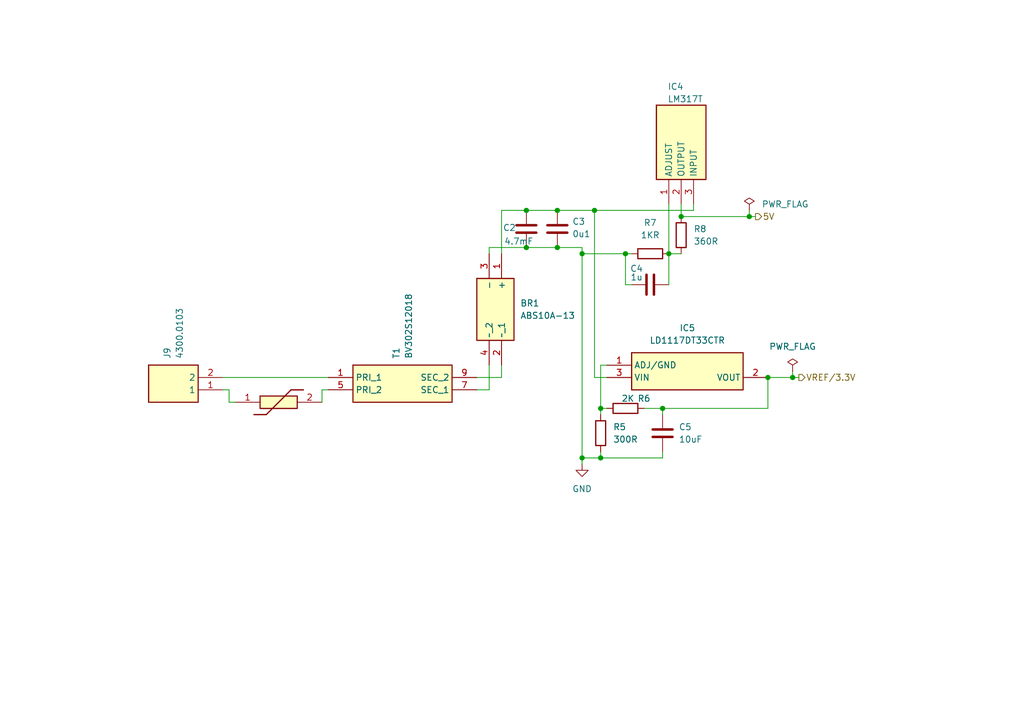
<source format=kicad_sch>
(kicad_sch (version 20250114) (generator "eeschema") (generator_version "9.0")
  (paper "A5")
  (title_block (title "Układ zasilający") (date "2025-09-04") (comment 1 "Vout2 - 5 V dc") (comment 2 "Vout1 - 3,3 V dc") (comment 3 "Vin   - 230 Vac"))
  (lib_symbols
    (symbol "Device:C" (pin_numbers (hide yes)) (pin_names (offset 0.254))
      (property "Reference" "C" (at 0.635 2.54 0))
      (property "Value" "C" (at 0.635 -2.54 0))
      (symbol "C_0_1"
        (polyline (pts (xy -2.032 0.762) (xy 2.032 0.762)) (stroke (width 0.508)))
        (polyline (pts (xy -2.032 -0.762) (xy 2.032 -0.762)) (stroke (width 0.508)))
      )
      (symbol "C_1_1"
        (pin passive line (at 0 3.81 270) (length 2.794) (name "~") (number "1"))
        (pin passive line (at 0 -3.81 90) (length 2.794) (name "~") (number "2"))
      )
    )
    (symbol "Device:R" (pin_numbers (hide yes)) (pin_names (offset 0))
      (property "Reference" "R" (at 2.032 0 90))
      (property "Value" "R" (at 0 0 90))
      (symbol "R_0_1"
        (rectangle (start -1.016 -2.54) (end 1.016 2.54) (stroke (width 0.254)))
      )
      (symbol "R_1_1"
        (pin passive line (at 0 3.81 270) (length 1.27) (name "~") (number "1"))
        (pin passive line (at 0 -3.81 90) (length 1.27) (name "~") (number "2"))
      )
    )
    (symbol "SamacSys_Parts:4300.0103"
      (property "Reference" "J" (at 16.51 7.62 0))
      (property "Value" "4300.0103" (at 16.51 5.08 0))
      (symbol "4300.0103_1_1"
        (rectangle (start 5.08 2.54) (end 15.24 -5.08) (stroke (width 0.254)) (fill (type background)))
        (pin passive line (at 0 0 0) (length 5.08) (name "1") (number "1"))
        (pin passive line (at 0 -2.54 0) (length 5.08) (name "2") (number "2"))
      )
    )
    (symbol "SamacSys_Parts:ABS10A-13"
      (property "Reference" "BR" (at 19.05 7.62 0))
      (property "Value" "ABS10A-13" (at 19.05 5.08 0))
      (symbol "ABS10A-13_1_1"
        (rectangle (start 5.08 2.54) (end 17.78 -5.08) (stroke (width 0.254)) (fill (type background)))
        (pin passive line (at 0 0 0) (length 5.08) (name "+") (number "1"))
        (pin passive line (at 0 -2.54 0) (length 5.08) (name "-") (number "3"))
        (pin passive line (at 22.86 0 180) (length 5.08) (name "~_1") (number "2"))
        (pin passive line (at 22.86 -2.54 180) (length 5.08) (name "~_2") (number "4"))
      )
    )
    (symbol "SamacSys_Parts:B72220S0271K101" (pin_names (hide yes))
      (property "Reference" "RV" (at 13.97 6.35 0))
      (property "Value" "B72220S0271K101" (at 13.97 3.81 0))
      (symbol "B72220S0271K101_1_1"
        (polyline (pts (xy 3.81 -2.54) (xy 6.35 -2.54)) (stroke (width 0.254)))
        (rectangle (start 5.08 1.27) (end 12.7 -1.27) (stroke (width 0.254)) (fill (type background)))
        (polyline (pts (xy 11.43 2.54) (xy 6.35 -2.54)) (stroke (width 0.254)))
        (polyline (pts (xy 11.43 2.54) (xy 13.97 2.54)) (stroke (width 0.254)))
        (pin passive line (at 0 0 0) (length 5.08) (name "1") (number "1"))
        (pin passive line (at 17.78 0 180) (length 5.08) (name "2") (number "2"))
      )
    )
    (symbol "SamacSys_Parts:BV302S12018"
      (property "Reference" "T" (at 26.67 7.62 0))
      (property "Value" "BV302S12018" (at 26.67 5.08 0))
      (symbol "BV302S12018_1_1"
        (rectangle (start 5.08 2.54) (end 25.4 -5.08) (stroke (width 0.254)) (fill (type background)))
        (pin passive line (at 0 0 0) (length 5.08) (name "PRI_1") (number "1"))
        (pin passive line (at 0 -2.54 0) (length 5.08) (name "PRI_2") (number "5"))
        (pin passive line (at 30.48 0 180) (length 5.08) (name "SEC_2") (number "9"))
        (pin passive line (at 30.48 -2.54 180) (length 5.08) (name "SEC_1") (number "7"))
      )
    )
    (symbol "SamacSys_Parts:LD1117DT33CTR"
      (property "Reference" "IC" (at 29.21 7.62 0))
      (property "Value" "LD1117DT33CTR" (at 29.21 5.08 0))
      (symbol "LD1117DT33CTR_1_1"
        (rectangle (start 5.08 2.54) (end 27.94 -5.08) (stroke (width 0.254)) (fill (type background)))
        (pin passive line (at 0 0 0) (length 5.08) (name "VOUT") (number "2"))
        (pin passive line (at 33.02 0 180) (length 5.08) (name "VIN") (number "3"))
        (pin passive line (at 33.02 -2.54 180) (length 5.08) (name "ADJ/GND") (number "1"))
      )
    )
    (symbol "SamacSys_Parts:LM317T"
      (property "Reference" "IC" (at 21.59 7.62 0))
      (property "Value" "LM317T" (at 21.59 5.08 0))
      (symbol "LM317T_1_1"
        (rectangle (start 5.08 2.54) (end 20.32 -7.62) (stroke (width 0.254)) (fill (type background)))
        (pin passive line (at 0 0 0) (length 5.08) (name "ADJUST") (number "1"))
        (pin passive line (at 0 -2.54 0) (length 5.08) (name "OUTPUT") (number "2"))
        (pin passive line (at 0 -5.08 0) (length 5.08) (name "INPUT") (number "3"))
      )
    )
    (symbol "power:GND" (power) (pin_numbers (hide yes)) (pin_names (offset 0) (hide yes))
      (property "Value" "GND" (at 0 -3.81 0))
      (symbol "GND_0_1"
        (polyline (pts (xy 0 0) (xy 0 -1.27) (xy 1.27 -1.27) (xy 0 -2.54) (xy -1.27 -1.27) (xy 0 -1.27)))
      )
      (symbol "GND_1_1"
        (pin power_in line (at 0 0 270) (length 0) (name "~") (number "1"))
      )
    )
    (symbol "power:PWR_FLAG" (power) (pin_numbers (hide yes)) (pin_names (offset 0) (hide yes))
      (property "Value" "PWR_FLAG" (at 0 3.81 0))
      (symbol "PWR_FLAG_0_0"
        (pin power_out line (at 0 0 90) (length 0) (name "~") (number "1"))
      )
      (symbol "PWR_FLAG_0_1"
        (polyline (pts (xy 0 0) (xy 0 1.27) (xy -1.016 1.905) (xy 0 2.54) (xy 1.016 1.905) (xy 0 1.27)))
      )
    )
  )
  (junction (at 107.95 43.18))
  (junction (at 114.3 50.8))
  (junction (at 137.16 52.07))
  (junction (at 123.19 83.82))
  (junction (at 123.19 93.98))
  (junction (at 157.48 77.47))
  (junction (at 135.89 83.82))
  (junction (at 119.38 52.07))
  (junction (at 107.95 50.8))
  (junction (at 121.92 43.18))
  (junction (at 139.7 44.45))
  (junction (at 119.38 93.98))
  (junction (at 162.56 77.47))
  (junction (at 114.3 43.18))
  (junction (at 128.27 52.07))
  (junction (at 153.67 44.45))
  (wire (pts (xy 139.7 44.45) (xy 153.67 44.45)))
  (wire (pts (xy 128.27 52.07) (xy 128.27 58.42)))
  (wire (pts (xy 97.79 80.01) (xy 100.33 80.01)))
  (wire (pts (xy 102.87 77.47) (xy 102.87 74.93)))
  (wire (pts (xy 139.7 44.45) (xy 139.7 41.91)))
  (wire (pts (xy 119.38 52.07) (xy 128.27 52.07)))
  (wire (pts (xy 119.38 93.98) (xy 123.19 93.98)))
  (wire (pts (xy 46.99 82.55) (xy 48.26 82.55)))
  (wire (pts (xy 121.92 43.18) (xy 142.24 43.18)))
  (wire (pts (xy 114.3 43.18) (xy 121.92 43.18)))
  (wire (pts (xy 45.72 77.47) (xy 67.31 77.47)))
  (wire (pts (xy 114.3 50.8) (xy 119.38 50.8)))
  (wire (pts (xy 121.92 77.47) (xy 124.46 77.47)))
  (wire (pts (xy 46.99 82.55) (xy 46.99 80.01)))
  (wire (pts (xy 107.95 43.18) (xy 114.3 43.18)))
  (wire (pts (xy 123.19 74.93) (xy 123.19 83.82)))
  (wire (pts (xy 142.24 43.18) (xy 142.24 41.91)))
  (wire (pts (xy 66.04 82.55) (xy 66.04 80.01)))
  (wire (pts (xy 135.89 85.09) (xy 135.89 83.82)))
  (wire (pts (xy 157.48 77.47) (xy 157.48 83.82)))
  (wire (pts (xy 123.19 83.82) (xy 123.19 85.09)))
  (wire (pts (xy 119.38 95.25) (xy 119.38 93.98)))
  (wire (pts (xy 100.33 74.93) (xy 100.33 80.01)))
  (wire (pts (xy 153.67 44.45) (xy 154.94 44.45)))
  (wire (pts (xy 137.16 52.07) (xy 137.16 58.42)))
  (wire (pts (xy 123.19 92.71) (xy 123.19 93.98)))
  (wire (pts (xy 100.33 50.8) (xy 100.33 52.07)))
  (wire (pts (xy 123.19 93.98) (xy 135.89 93.98)))
  (wire (pts (xy 124.46 74.93) (xy 123.19 74.93)))
  (wire (pts (xy 137.16 41.91) (xy 137.16 52.07)))
  (wire (pts (xy 129.54 58.42) (xy 128.27 58.42)))
  (wire (pts (xy 66.04 80.01) (xy 67.31 80.01)))
  (wire (pts (xy 119.38 50.8) (xy 119.38 52.07)))
  (wire (pts (xy 102.87 43.18) (xy 107.95 43.18)))
  (wire (pts (xy 137.16 52.07) (xy 139.7 52.07)))
  (wire (pts (xy 132.08 83.82) (xy 135.89 83.82)))
  (wire (pts (xy 121.92 43.18) (xy 121.92 77.47)))
  (wire (pts (xy 45.72 80.01) (xy 46.99 80.01)))
  (wire (pts (xy 97.79 77.47) (xy 102.87 77.47)))
  (wire (pts (xy 119.38 93.98) (xy 119.38 52.07)))
  (wire (pts (xy 163.83 77.47) (xy 162.56 77.47)))
  (wire (pts (xy 162.56 77.47) (xy 157.48 77.47)))
  (wire (pts (xy 114.3 50.8) (xy 107.95 50.8)))
  (wire (pts (xy 162.56 76.2) (xy 162.56 77.47)))
  (wire (pts (xy 153.67 43.18) (xy 153.67 44.45)))
  (wire (pts (xy 135.89 83.82) (xy 157.48 83.82)))
  (wire (pts (xy 102.87 43.18) (xy 102.87 52.07)))
  (wire (pts (xy 135.89 92.71) (xy 135.89 93.98)))
  (wire (pts (xy 107.95 50.8) (xy 100.33 50.8)))
  (wire (pts (xy 123.19 83.82) (xy 124.46 83.82)))
  (wire (pts (xy 128.27 52.07) (xy 129.54 52.07)))
  (hierarchical_label "5V" (shape output) (at 154.94 44.45 0))
  (hierarchical_label "VREF{slash}3.3V" (shape output) (at 163.83 77.47 0))
  (symbol (lib_id "Device:C") (at 135.89 88.9 0) (unit 1)
    (property "Reference" "C5" (at 139.192 87.63 0) (effects (justify left)))
    (property "Value" "10uF" (at 139.192 90.17 0) (effects (justify left)))
    (property "Footprint" "Capacitor_SMD:C_1206_3216Metric" (effects (hide yes)))
    (property "Description" "Unpolarized capacitor" (effects (hide yes)))
  )
  (symbol (lib_id "SamacSys_Parts:LM317T") (at 137.16 41.91 90) (unit 1)
    (property "Reference" "IC4" (at 136.906 17.78 90) (effects (justify right)))
    (property "Value" "LM317T" (at 136.906 20.32 90) (effects (justify right)))
    (property "Footprint" "SamacSys_Parts:TO255P460X1020X2008-3P" (effects (hide yes)))
    (property "Datasheet" "http://www.st.com/web/en/resource/technical/document/datasheet/CD00000455.pdf" (effects (hide yes)))
    (property "Description" "Standard Regulator 1.2V to 37V 1.5A STMicroelectronics LM317T, Single Linear Voltage Regulator, 1.5A Adjustable 1.2  37 V, 3-Pin TO-220" (effects (hide yes)))
    (property "Height" "4.6" (effects (hide yes)))
    (property "Manufacturer_Name" "STMicroelectronics" (effects (hide yes)))
    (property "Manufacturer_Part_Number" "LM317T" (effects (hide yes)))
  )
  (symbol (lib_id "power:GND") (at 119.38 95.25 0) (unit 1)
    (property "Reference" "#PWR06" (effects (hide yes)))
    (property "Value" "GND" (at 119.38 100.33 0))
    (property "Description" "Power symbol creates a global label with name \"GND\" , ground" (effects (hide yes)))
  )
  (symbol (lib_id "power:PWR_FLAG") (at 162.56 76.2 0) (unit 1)
    (property "Reference" "#FLG02" (effects (hide yes)))
    (property "Value" "PWR_FLAG" (at 162.56 71.12 0))
    (property "Description" "Special symbol for telling ERC where power comes from" (effects (hide yes)))
  )
  (symbol (lib_id "Device:C") (at 133.35 58.42 90) (unit 1)
    (property "Reference" "C4" (at 130.556 55.118 90))
    (property "Value" "1u" (at 130.556 56.896 90))
    (property "Footprint" "Capacitor_SMD:C_0201_0603Metric" (effects (hide yes)))
    (property "Description" "Unpolarized capacitor" (effects (hide yes)))
  )
  (symbol (lib_id "Device:R") (at 128.27 83.82 90) (unit 1)
    (property "Reference" "R6" (at 132.08 81.788 90))
    (property "Value" "2K" (at 128.778 81.788 90))
    (property "Footprint" "Resistor_SMD:R_0603_1608Metric" (effects (hide yes)))
    (property "Description" "Resistor" (effects (hide yes)))
  )
  (symbol (lib_id "Device:C") (at 107.95 46.99 0) (unit 1)
    (property "Reference" "C2" (at 103.124 46.736 0) (effects (justify left)))
    (property "Value" "4.7mF" (at 103.378 49.53 0) (effects (justify left)))
    (property "Footprint" "Capacitor_THT:C_Radial_D12.5mm_H25.0mm_P5.00mm" (effects (hide yes)))
    (property "Description" "Unpolarized capacitor" (effects (hide yes)))
  )
  (symbol (lib_id "SamacSys_Parts:4300.0103") (at 45.72 80.01 180) (unit 1)
    (property "Reference" "J9" (at 34.2899 73.66 90) (effects (justify right)))
    (property "Value" "4300.0103" (at 36.8299 73.66 90) (effects (justify right)))
    (property "Footprint" "SamacSys_Parts:43000103" (effects (hide yes)))
    (property "Datasheet" "https://www.digikey.ph/en/products/detail/schurter-inc/4300-0103/8299834" (effects (hide yes)))
    (property "Description" "AC Power Entry Modules APPLIANCE INLET C8 PCB TERMINAL SNAP N" (effects (hide yes)))
    (property "Height" "16" (effects (hide yes)))
    (property "Manufacturer_Name" "SCHURTER" (effects (hide yes)))
    (property "Manufacturer_Part_Number" "4300.0103" (effects (hide yes)))
  )
  (symbol (lib_id "Device:R") (at 123.19 88.9 0) (unit 1)
    (property "Reference" "R5" (at 125.73 87.6299 0) (effects (justify left)))
    (property "Value" "300R" (at 125.73 90.1699 0) (effects (justify left)))
    (property "Footprint" "Resistor_SMD:R_0201_0603Metric" (effects (hide yes)))
    (property "Description" "Resistor" (effects (hide yes)))
  )
  (symbol (lib_id "Device:R") (at 133.35 52.07 90) (unit 1)
    (property "Reference" "R7" (at 133.35 45.72 90))
    (property "Value" "1KR" (at 133.35 48.26 90))
    (property "Footprint" "Resistor_SMD:R_0201_0603Metric" (effects (hide yes)))
    (property "Description" "Resistor" (effects (hide yes)))
  )
  (symbol (lib_id "SamacSys_Parts:LD1117DT33CTR") (at 157.48 77.47 180) (unit 1)
    (property "Reference" "IC5" (at 140.97 67.31 0))
    (property "Value" "LD1117DT33CTR" (at 140.97 69.85 0))
    (property "Footprint" "SamacSys_Parts:LD1117DT33CTR" (effects (hide yes)))
    (property "Datasheet" "https://www.st.com/resource/en/datasheet/ld1117.pdf" (effects (hide yes)))
    (property "Description" "Linear Voltage Regulator IC Positive Fixed 3.3V Output 800mA DPAK" (effects (hide yes)))
    (property "Height" "2.4" (effects (hide yes)))
    (property "Manufacturer_Name" "STMicroelectronics" (effects (hide yes)))
    (property "Manufacturer_Part_Number" "LD1117DT33CTR" (effects (hide yes)))
  )
  (symbol (lib_id "Device:C") (at 114.3 46.99 0) (unit 1)
    (property "Reference" "C3" (at 117.348 45.466 0) (effects (justify left)))
    (property "Value" "0u1" (at 117.348 48.006 0) (effects (justify left)))
    (property "Footprint" "Capacitor_SMD:C_0402_1005Metric" (effects (hide yes)))
    (property "Description" "Unpolarized capacitor" (effects (hide yes)))
  )
  (symbol (lib_id "power:PWR_FLAG") (at 153.67 43.18 0) (unit 1)
    (property "Reference" "#FLG01" (effects (hide yes)))
    (property "Value" "PWR_FLAG" (at 156.21 41.9099 0) (effects (justify left)))
    (property "Description" "Special symbol for telling ERC where power comes from" (effects (hide yes)))
  )
  (symbol (lib_id "SamacSys_Parts:ABS10A-13") (at 102.87 52.07 270) (unit 1)
    (property "Reference" "BR1" (at 106.68 62.2299 90) (effects (justify left)))
    (property "Value" "ABS10A-13" (at 106.68 64.7699 90) (effects (justify left)))
    (property "Footprint" "SamacSys_Parts:ABS10A13" (effects (hide yes)))
    (property "Datasheet" "https://componentsearchengine.com/Datasheets/1/ABS10A-13.pdf" (effects (hide yes)))
    (property "Description" "Bridge Rectifiers Bridge Rectifier" (effects (hide yes)))
    (property "Height" "1.7" (effects (hide yes)))
    (property "Manufacturer_Name" "Diodes Incorporated" (effects (hide yes)))
    (property "Manufacturer_Part_Number" "ABS10A-13" (effects (hide yes)))
  )
  (symbol (lib_id "SamacSys_Parts:BV302S12018") (at 67.31 77.47 0) (unit 1)
    (property "Reference" "T1" (at 81.2799 73.66 90) (effects (justify left)))
    (property "Value" "BV302S12018" (at 83.8199 73.66 90) (effects (justify left)))
    (property "Footprint" "SamacSys_Parts:BV302S12018" (effects (hide yes)))
    (property "Datasheet" "https://www.zettlermagnetics.eu/wp-content/uploads/2022/07/BV30XXXX018.pdf" (effects (hide yes)))
    (property "Description" "short-circuit-proof transformers suitable for direct PCB mounting comply with Ta 70/B input voltage: 230V (50/60Hz) output: 1,8VA core: EI 30" (effects (hide yes)))
    (property "Height" "24.4" (effects (hide yes)))
    (property "Manufacturer_Name" "Zettler Group" (effects (hide yes)))
    (property "Manufacturer_Part_Number" "BV302S12018" (effects (hide yes)))
  )
  (symbol (lib_id "Device:R") (at 139.7 48.26 0) (unit 1)
    (property "Reference" "R8" (at 142.24 46.9899 0) (effects (justify left)))
    (property "Value" "360R" (at 142.24 49.5299 0) (effects (justify left)))
    (property "Footprint" "Resistor_SMD:R_0603_1608Metric" (effects (hide yes)))
    (property "Description" "Resistor" (effects (hide yes)))
  )
  (symbol (lib_id "SamacSys_Parts:B72220S0271K101") (at 48.26 82.55 0) (unit 1)
    (property "Reference" "RV1" (effects (hide yes)))
    (property "Value" "B72220S0271K101" (effects (hide yes)))
    (property "Footprint" "SamacSys_Parts:B72220S0271K101" (effects (hide yes)))
    (property "Datasheet" "https://product.tdk.com/system/files/dam/doc/product/protection/voltage/lead-disk-varistor/data_sheet/70/db/var/siov_leaded_standard.pdf" (effects (hide yes)))
    (property "Description" "SIOV Metal Oxide Varistor, 275Vrms, 1W Epcos B72220 Series Metal Oxide Varistor 630pF 100A, Clamping 710V, Varistor 430V" (effects (hide yes)))
    (property "Height" "25.5" (effects (hide yes)))
    (property "Manufacturer_Name" "TDK" (effects (hide yes)))
    (property "Manufacturer_Part_Number" "B72220S0271K101" (effects (hide yes)))
  )
)
</source>
